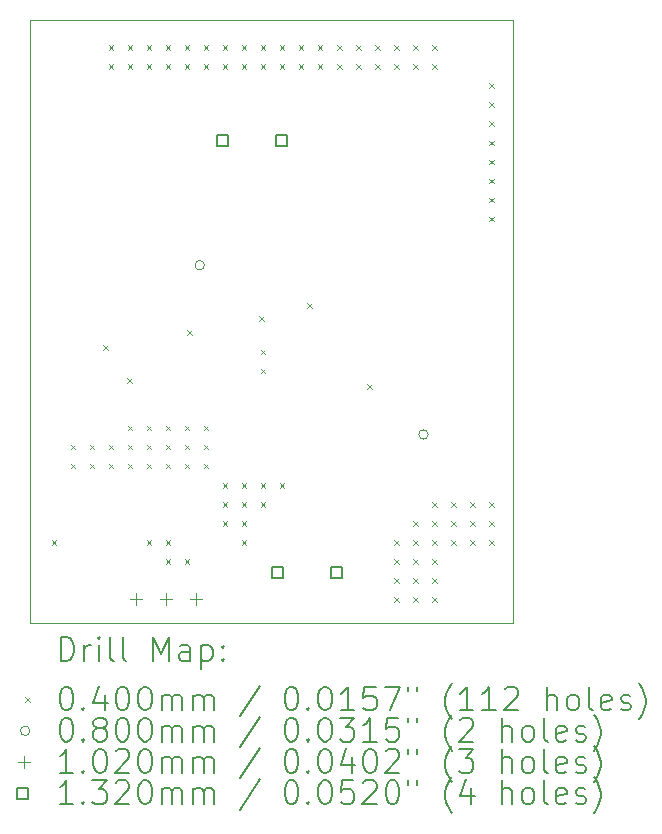
<source format=gbr>
%TF.GenerationSoftware,KiCad,Pcbnew,7.0.5*%
%TF.CreationDate,2023-07-07T01:58:04+07:00*%
%TF.ProjectId,driver_motor,64726976-6572-45f6-9d6f-746f722e6b69,rev?*%
%TF.SameCoordinates,Original*%
%TF.FileFunction,Drillmap*%
%TF.FilePolarity,Positive*%
%FSLAX45Y45*%
G04 Gerber Fmt 4.5, Leading zero omitted, Abs format (unit mm)*
G04 Created by KiCad (PCBNEW 7.0.5) date 2023-07-07 01:58:04*
%MOMM*%
%LPD*%
G01*
G04 APERTURE LIST*
%ADD10C,0.100000*%
%ADD11C,0.200000*%
%ADD12C,0.040000*%
%ADD13C,0.080000*%
%ADD14C,0.102000*%
%ADD15C,0.132000*%
G04 APERTURE END LIST*
D10*
X14605000Y-2540000D02*
X18694400Y-2540000D01*
X18694400Y-7645400D01*
X14605000Y-7645400D01*
X14605000Y-2540000D01*
D11*
D12*
X14783500Y-6937650D02*
X14823500Y-6977650D01*
X14823500Y-6937650D02*
X14783500Y-6977650D01*
X14944500Y-6132650D02*
X14984500Y-6172650D01*
X14984500Y-6132650D02*
X14944500Y-6172650D01*
X14944500Y-6293650D02*
X14984500Y-6333650D01*
X14984500Y-6293650D02*
X14944500Y-6333650D01*
X15105500Y-6132650D02*
X15145500Y-6172650D01*
X15145500Y-6132650D02*
X15105500Y-6172650D01*
X15105500Y-6293650D02*
X15145500Y-6333650D01*
X15145500Y-6293650D02*
X15105500Y-6333650D01*
X15220000Y-5288600D02*
X15260000Y-5328600D01*
X15260000Y-5288600D02*
X15220000Y-5328600D01*
X15266500Y-2751650D02*
X15306500Y-2791650D01*
X15306500Y-2751650D02*
X15266500Y-2791650D01*
X15266500Y-2912650D02*
X15306500Y-2952650D01*
X15306500Y-2912650D02*
X15266500Y-2952650D01*
X15266500Y-6132650D02*
X15306500Y-6172650D01*
X15306500Y-6132650D02*
X15266500Y-6172650D01*
X15266500Y-6293650D02*
X15306500Y-6333650D01*
X15306500Y-6293650D02*
X15266500Y-6333650D01*
X15423200Y-5568000D02*
X15463200Y-5608000D01*
X15463200Y-5568000D02*
X15423200Y-5608000D01*
X15427500Y-2751650D02*
X15467500Y-2791650D01*
X15467500Y-2751650D02*
X15427500Y-2791650D01*
X15427500Y-2912650D02*
X15467500Y-2952650D01*
X15467500Y-2912650D02*
X15427500Y-2952650D01*
X15427500Y-5971650D02*
X15467500Y-6011650D01*
X15467500Y-5971650D02*
X15427500Y-6011650D01*
X15427500Y-6132650D02*
X15467500Y-6172650D01*
X15467500Y-6132650D02*
X15427500Y-6172650D01*
X15427500Y-6293650D02*
X15467500Y-6333650D01*
X15467500Y-6293650D02*
X15427500Y-6333650D01*
X15588500Y-2751650D02*
X15628500Y-2791650D01*
X15628500Y-2751650D02*
X15588500Y-2791650D01*
X15588500Y-2912650D02*
X15628500Y-2952650D01*
X15628500Y-2912650D02*
X15588500Y-2952650D01*
X15588500Y-5971650D02*
X15628500Y-6011650D01*
X15628500Y-5971650D02*
X15588500Y-6011650D01*
X15588500Y-6132650D02*
X15628500Y-6172650D01*
X15628500Y-6132650D02*
X15588500Y-6172650D01*
X15588500Y-6293650D02*
X15628500Y-6333650D01*
X15628500Y-6293650D02*
X15588500Y-6333650D01*
X15588500Y-6937650D02*
X15628500Y-6977650D01*
X15628500Y-6937650D02*
X15588500Y-6977650D01*
X15749500Y-2751650D02*
X15789500Y-2791650D01*
X15789500Y-2751650D02*
X15749500Y-2791650D01*
X15749500Y-2912650D02*
X15789500Y-2952650D01*
X15789500Y-2912650D02*
X15749500Y-2952650D01*
X15749500Y-5971650D02*
X15789500Y-6011650D01*
X15789500Y-5971650D02*
X15749500Y-6011650D01*
X15749500Y-6132650D02*
X15789500Y-6172650D01*
X15789500Y-6132650D02*
X15749500Y-6172650D01*
X15749500Y-6293650D02*
X15789500Y-6333650D01*
X15789500Y-6293650D02*
X15749500Y-6333650D01*
X15749500Y-6937650D02*
X15789500Y-6977650D01*
X15789500Y-6937650D02*
X15749500Y-6977650D01*
X15749500Y-7098650D02*
X15789500Y-7138650D01*
X15789500Y-7098650D02*
X15749500Y-7138650D01*
X15910500Y-2751650D02*
X15950500Y-2791650D01*
X15950500Y-2751650D02*
X15910500Y-2791650D01*
X15910500Y-2912650D02*
X15950500Y-2952650D01*
X15950500Y-2912650D02*
X15910500Y-2952650D01*
X15910500Y-5971650D02*
X15950500Y-6011650D01*
X15950500Y-5971650D02*
X15910500Y-6011650D01*
X15910500Y-6132650D02*
X15950500Y-6172650D01*
X15950500Y-6132650D02*
X15910500Y-6172650D01*
X15910500Y-6293650D02*
X15950500Y-6333650D01*
X15950500Y-6293650D02*
X15910500Y-6333650D01*
X15910500Y-7098650D02*
X15950500Y-7138650D01*
X15950500Y-7098650D02*
X15910500Y-7138650D01*
X15931200Y-5161635D02*
X15971200Y-5201635D01*
X15971200Y-5161635D02*
X15931200Y-5201635D01*
X16071500Y-2751650D02*
X16111500Y-2791650D01*
X16111500Y-2751650D02*
X16071500Y-2791650D01*
X16071500Y-2912650D02*
X16111500Y-2952650D01*
X16111500Y-2912650D02*
X16071500Y-2952650D01*
X16071500Y-5971650D02*
X16111500Y-6011650D01*
X16111500Y-5971650D02*
X16071500Y-6011650D01*
X16071500Y-6132650D02*
X16111500Y-6172650D01*
X16111500Y-6132650D02*
X16071500Y-6172650D01*
X16071500Y-6293650D02*
X16111500Y-6333650D01*
X16111500Y-6293650D02*
X16071500Y-6333650D01*
X16232500Y-2751650D02*
X16272500Y-2791650D01*
X16272500Y-2751650D02*
X16232500Y-2791650D01*
X16232500Y-2912650D02*
X16272500Y-2952650D01*
X16272500Y-2912650D02*
X16232500Y-2952650D01*
X16232500Y-6454650D02*
X16272500Y-6494650D01*
X16272500Y-6454650D02*
X16232500Y-6494650D01*
X16232500Y-6615650D02*
X16272500Y-6655650D01*
X16272500Y-6615650D02*
X16232500Y-6655650D01*
X16232500Y-6776650D02*
X16272500Y-6816650D01*
X16272500Y-6776650D02*
X16232500Y-6816650D01*
X16393500Y-2751650D02*
X16433500Y-2791650D01*
X16433500Y-2751650D02*
X16393500Y-2791650D01*
X16393500Y-2912650D02*
X16433500Y-2952650D01*
X16433500Y-2912650D02*
X16393500Y-2952650D01*
X16393500Y-6454650D02*
X16433500Y-6494650D01*
X16433500Y-6454650D02*
X16393500Y-6494650D01*
X16393500Y-6615650D02*
X16433500Y-6655650D01*
X16433500Y-6615650D02*
X16393500Y-6655650D01*
X16393500Y-6776650D02*
X16433500Y-6816650D01*
X16433500Y-6776650D02*
X16393500Y-6816650D01*
X16393500Y-6937650D02*
X16433500Y-6977650D01*
X16433500Y-6937650D02*
X16393500Y-6977650D01*
X16540800Y-5045485D02*
X16580800Y-5085485D01*
X16580800Y-5045485D02*
X16540800Y-5085485D01*
X16554500Y-2751650D02*
X16594500Y-2791650D01*
X16594500Y-2751650D02*
X16554500Y-2791650D01*
X16554500Y-2912650D02*
X16594500Y-2952650D01*
X16594500Y-2912650D02*
X16554500Y-2952650D01*
X16554500Y-5327650D02*
X16594500Y-5367650D01*
X16594500Y-5327650D02*
X16554500Y-5367650D01*
X16554500Y-5488650D02*
X16594500Y-5528650D01*
X16594500Y-5488650D02*
X16554500Y-5528650D01*
X16554500Y-6454650D02*
X16594500Y-6494650D01*
X16594500Y-6454650D02*
X16554500Y-6494650D01*
X16554500Y-6615650D02*
X16594500Y-6655650D01*
X16594500Y-6615650D02*
X16554500Y-6655650D01*
X16715500Y-2751650D02*
X16755500Y-2791650D01*
X16755500Y-2751650D02*
X16715500Y-2791650D01*
X16715500Y-2912650D02*
X16755500Y-2952650D01*
X16755500Y-2912650D02*
X16715500Y-2952650D01*
X16715500Y-6454650D02*
X16755500Y-6494650D01*
X16755500Y-6454650D02*
X16715500Y-6494650D01*
X16876500Y-2751650D02*
X16916500Y-2791650D01*
X16916500Y-2751650D02*
X16876500Y-2791650D01*
X16876500Y-2912650D02*
X16916500Y-2952650D01*
X16916500Y-2912650D02*
X16876500Y-2952650D01*
X16947200Y-4933000D02*
X16987200Y-4973000D01*
X16987200Y-4933000D02*
X16947200Y-4973000D01*
X17037500Y-2751650D02*
X17077500Y-2791650D01*
X17077500Y-2751650D02*
X17037500Y-2791650D01*
X17037500Y-2912650D02*
X17077500Y-2952650D01*
X17077500Y-2912650D02*
X17037500Y-2952650D01*
X17198500Y-2751650D02*
X17238500Y-2791650D01*
X17238500Y-2751650D02*
X17198500Y-2791650D01*
X17198500Y-2912650D02*
X17238500Y-2952650D01*
X17238500Y-2912650D02*
X17198500Y-2952650D01*
X17359500Y-2751650D02*
X17399500Y-2791650D01*
X17399500Y-2751650D02*
X17359500Y-2791650D01*
X17359500Y-2912650D02*
X17399500Y-2952650D01*
X17399500Y-2912650D02*
X17359500Y-2952650D01*
X17455200Y-5618800D02*
X17495200Y-5658800D01*
X17495200Y-5618800D02*
X17455200Y-5658800D01*
X17520500Y-2751650D02*
X17560500Y-2791650D01*
X17560500Y-2751650D02*
X17520500Y-2791650D01*
X17520500Y-2912650D02*
X17560500Y-2952650D01*
X17560500Y-2912650D02*
X17520500Y-2952650D01*
X17681500Y-2751650D02*
X17721500Y-2791650D01*
X17721500Y-2751650D02*
X17681500Y-2791650D01*
X17681500Y-2912650D02*
X17721500Y-2952650D01*
X17721500Y-2912650D02*
X17681500Y-2952650D01*
X17681500Y-6937650D02*
X17721500Y-6977650D01*
X17721500Y-6937650D02*
X17681500Y-6977650D01*
X17681500Y-7098650D02*
X17721500Y-7138650D01*
X17721500Y-7098650D02*
X17681500Y-7138650D01*
X17681500Y-7259650D02*
X17721500Y-7299650D01*
X17721500Y-7259650D02*
X17681500Y-7299650D01*
X17681500Y-7420650D02*
X17721500Y-7460650D01*
X17721500Y-7420650D02*
X17681500Y-7460650D01*
X17842500Y-2751650D02*
X17882500Y-2791650D01*
X17882500Y-2751650D02*
X17842500Y-2791650D01*
X17842500Y-2912650D02*
X17882500Y-2952650D01*
X17882500Y-2912650D02*
X17842500Y-2952650D01*
X17842500Y-6776650D02*
X17882500Y-6816650D01*
X17882500Y-6776650D02*
X17842500Y-6816650D01*
X17842500Y-6937650D02*
X17882500Y-6977650D01*
X17882500Y-6937650D02*
X17842500Y-6977650D01*
X17842500Y-7098650D02*
X17882500Y-7138650D01*
X17882500Y-7098650D02*
X17842500Y-7138650D01*
X17842500Y-7259650D02*
X17882500Y-7299650D01*
X17882500Y-7259650D02*
X17842500Y-7299650D01*
X17842500Y-7420650D02*
X17882500Y-7460650D01*
X17882500Y-7420650D02*
X17842500Y-7460650D01*
X18003500Y-2751650D02*
X18043500Y-2791650D01*
X18043500Y-2751650D02*
X18003500Y-2791650D01*
X18003500Y-2912650D02*
X18043500Y-2952650D01*
X18043500Y-2912650D02*
X18003500Y-2952650D01*
X18003500Y-6615650D02*
X18043500Y-6655650D01*
X18043500Y-6615650D02*
X18003500Y-6655650D01*
X18003500Y-6776650D02*
X18043500Y-6816650D01*
X18043500Y-6776650D02*
X18003500Y-6816650D01*
X18003500Y-6937650D02*
X18043500Y-6977650D01*
X18043500Y-6937650D02*
X18003500Y-6977650D01*
X18003500Y-7098650D02*
X18043500Y-7138650D01*
X18043500Y-7098650D02*
X18003500Y-7138650D01*
X18003500Y-7259650D02*
X18043500Y-7299650D01*
X18043500Y-7259650D02*
X18003500Y-7299650D01*
X18003500Y-7420650D02*
X18043500Y-7460650D01*
X18043500Y-7420650D02*
X18003500Y-7460650D01*
X18164500Y-6615650D02*
X18204500Y-6655650D01*
X18204500Y-6615650D02*
X18164500Y-6655650D01*
X18164500Y-6776650D02*
X18204500Y-6816650D01*
X18204500Y-6776650D02*
X18164500Y-6816650D01*
X18164500Y-6937650D02*
X18204500Y-6977650D01*
X18204500Y-6937650D02*
X18164500Y-6977650D01*
X18325500Y-6615650D02*
X18365500Y-6655650D01*
X18365500Y-6615650D02*
X18325500Y-6655650D01*
X18325500Y-6776650D02*
X18365500Y-6816650D01*
X18365500Y-6776650D02*
X18325500Y-6816650D01*
X18325500Y-6937650D02*
X18365500Y-6977650D01*
X18365500Y-6937650D02*
X18325500Y-6977650D01*
X18486500Y-3073650D02*
X18526500Y-3113650D01*
X18526500Y-3073650D02*
X18486500Y-3113650D01*
X18486500Y-3234650D02*
X18526500Y-3274650D01*
X18526500Y-3234650D02*
X18486500Y-3274650D01*
X18486500Y-3395650D02*
X18526500Y-3435650D01*
X18526500Y-3395650D02*
X18486500Y-3435650D01*
X18486500Y-3556650D02*
X18526500Y-3596650D01*
X18526500Y-3556650D02*
X18486500Y-3596650D01*
X18486500Y-3717650D02*
X18526500Y-3757650D01*
X18526500Y-3717650D02*
X18486500Y-3757650D01*
X18486500Y-3878650D02*
X18526500Y-3918650D01*
X18526500Y-3878650D02*
X18486500Y-3918650D01*
X18486500Y-4039650D02*
X18526500Y-4079650D01*
X18526500Y-4039650D02*
X18486500Y-4079650D01*
X18486500Y-4200650D02*
X18526500Y-4240650D01*
X18526500Y-4200650D02*
X18486500Y-4240650D01*
X18486500Y-6615650D02*
X18526500Y-6655650D01*
X18526500Y-6615650D02*
X18486500Y-6655650D01*
X18486500Y-6776650D02*
X18526500Y-6816650D01*
X18526500Y-6776650D02*
X18486500Y-6816650D01*
X18486500Y-6937650D02*
X18526500Y-6977650D01*
X18526500Y-6937650D02*
X18486500Y-6977650D01*
D13*
X16077450Y-4612750D02*
G75*
G03*
X16077450Y-4612750I-40000J0D01*
G01*
X17972400Y-6045200D02*
G75*
G03*
X17972400Y-6045200I-40000J0D01*
G01*
D14*
X15495000Y-7391200D02*
X15495000Y-7493200D01*
X15444000Y-7442200D02*
X15546000Y-7442200D01*
X15749000Y-7391200D02*
X15749000Y-7493200D01*
X15698000Y-7442200D02*
X15800000Y-7442200D01*
X16003000Y-7391200D02*
X16003000Y-7493200D01*
X15952000Y-7442200D02*
X16054000Y-7442200D01*
D15*
X16280169Y-3602669D02*
X16280169Y-3509330D01*
X16186830Y-3509330D01*
X16186830Y-3602669D01*
X16280169Y-3602669D01*
X16742469Y-7260269D02*
X16742469Y-7166930D01*
X16649130Y-7166930D01*
X16649130Y-7260269D01*
X16742469Y-7260269D01*
X16780170Y-3602669D02*
X16780170Y-3509330D01*
X16686830Y-3509330D01*
X16686830Y-3602669D01*
X16780170Y-3602669D01*
X17242470Y-7260269D02*
X17242470Y-7166930D01*
X17149131Y-7166930D01*
X17149131Y-7260269D01*
X17242470Y-7260269D01*
D11*
X14860777Y-7961884D02*
X14860777Y-7761884D01*
X14860777Y-7761884D02*
X14908396Y-7761884D01*
X14908396Y-7761884D02*
X14936967Y-7771408D01*
X14936967Y-7771408D02*
X14956015Y-7790455D01*
X14956015Y-7790455D02*
X14965539Y-7809503D01*
X14965539Y-7809503D02*
X14975062Y-7847598D01*
X14975062Y-7847598D02*
X14975062Y-7876169D01*
X14975062Y-7876169D02*
X14965539Y-7914265D01*
X14965539Y-7914265D02*
X14956015Y-7933312D01*
X14956015Y-7933312D02*
X14936967Y-7952360D01*
X14936967Y-7952360D02*
X14908396Y-7961884D01*
X14908396Y-7961884D02*
X14860777Y-7961884D01*
X15060777Y-7961884D02*
X15060777Y-7828550D01*
X15060777Y-7866646D02*
X15070301Y-7847598D01*
X15070301Y-7847598D02*
X15079824Y-7838074D01*
X15079824Y-7838074D02*
X15098872Y-7828550D01*
X15098872Y-7828550D02*
X15117920Y-7828550D01*
X15184586Y-7961884D02*
X15184586Y-7828550D01*
X15184586Y-7761884D02*
X15175062Y-7771408D01*
X15175062Y-7771408D02*
X15184586Y-7780931D01*
X15184586Y-7780931D02*
X15194110Y-7771408D01*
X15194110Y-7771408D02*
X15184586Y-7761884D01*
X15184586Y-7761884D02*
X15184586Y-7780931D01*
X15308396Y-7961884D02*
X15289348Y-7952360D01*
X15289348Y-7952360D02*
X15279824Y-7933312D01*
X15279824Y-7933312D02*
X15279824Y-7761884D01*
X15413158Y-7961884D02*
X15394110Y-7952360D01*
X15394110Y-7952360D02*
X15384586Y-7933312D01*
X15384586Y-7933312D02*
X15384586Y-7761884D01*
X15641729Y-7961884D02*
X15641729Y-7761884D01*
X15641729Y-7761884D02*
X15708396Y-7904741D01*
X15708396Y-7904741D02*
X15775062Y-7761884D01*
X15775062Y-7761884D02*
X15775062Y-7961884D01*
X15956015Y-7961884D02*
X15956015Y-7857122D01*
X15956015Y-7857122D02*
X15946491Y-7838074D01*
X15946491Y-7838074D02*
X15927443Y-7828550D01*
X15927443Y-7828550D02*
X15889348Y-7828550D01*
X15889348Y-7828550D02*
X15870301Y-7838074D01*
X15956015Y-7952360D02*
X15936967Y-7961884D01*
X15936967Y-7961884D02*
X15889348Y-7961884D01*
X15889348Y-7961884D02*
X15870301Y-7952360D01*
X15870301Y-7952360D02*
X15860777Y-7933312D01*
X15860777Y-7933312D02*
X15860777Y-7914265D01*
X15860777Y-7914265D02*
X15870301Y-7895217D01*
X15870301Y-7895217D02*
X15889348Y-7885693D01*
X15889348Y-7885693D02*
X15936967Y-7885693D01*
X15936967Y-7885693D02*
X15956015Y-7876169D01*
X16051253Y-7828550D02*
X16051253Y-8028550D01*
X16051253Y-7838074D02*
X16070301Y-7828550D01*
X16070301Y-7828550D02*
X16108396Y-7828550D01*
X16108396Y-7828550D02*
X16127443Y-7838074D01*
X16127443Y-7838074D02*
X16136967Y-7847598D01*
X16136967Y-7847598D02*
X16146491Y-7866646D01*
X16146491Y-7866646D02*
X16146491Y-7923788D01*
X16146491Y-7923788D02*
X16136967Y-7942836D01*
X16136967Y-7942836D02*
X16127443Y-7952360D01*
X16127443Y-7952360D02*
X16108396Y-7961884D01*
X16108396Y-7961884D02*
X16070301Y-7961884D01*
X16070301Y-7961884D02*
X16051253Y-7952360D01*
X16232205Y-7942836D02*
X16241729Y-7952360D01*
X16241729Y-7952360D02*
X16232205Y-7961884D01*
X16232205Y-7961884D02*
X16222682Y-7952360D01*
X16222682Y-7952360D02*
X16232205Y-7942836D01*
X16232205Y-7942836D02*
X16232205Y-7961884D01*
X16232205Y-7838074D02*
X16241729Y-7847598D01*
X16241729Y-7847598D02*
X16232205Y-7857122D01*
X16232205Y-7857122D02*
X16222682Y-7847598D01*
X16222682Y-7847598D02*
X16232205Y-7838074D01*
X16232205Y-7838074D02*
X16232205Y-7857122D01*
D12*
X14560000Y-8270400D02*
X14600000Y-8310400D01*
X14600000Y-8270400D02*
X14560000Y-8310400D01*
D11*
X14898872Y-8181884D02*
X14917920Y-8181884D01*
X14917920Y-8181884D02*
X14936967Y-8191408D01*
X14936967Y-8191408D02*
X14946491Y-8200931D01*
X14946491Y-8200931D02*
X14956015Y-8219979D01*
X14956015Y-8219979D02*
X14965539Y-8258074D01*
X14965539Y-8258074D02*
X14965539Y-8305693D01*
X14965539Y-8305693D02*
X14956015Y-8343788D01*
X14956015Y-8343788D02*
X14946491Y-8362836D01*
X14946491Y-8362836D02*
X14936967Y-8372360D01*
X14936967Y-8372360D02*
X14917920Y-8381884D01*
X14917920Y-8381884D02*
X14898872Y-8381884D01*
X14898872Y-8381884D02*
X14879824Y-8372360D01*
X14879824Y-8372360D02*
X14870301Y-8362836D01*
X14870301Y-8362836D02*
X14860777Y-8343788D01*
X14860777Y-8343788D02*
X14851253Y-8305693D01*
X14851253Y-8305693D02*
X14851253Y-8258074D01*
X14851253Y-8258074D02*
X14860777Y-8219979D01*
X14860777Y-8219979D02*
X14870301Y-8200931D01*
X14870301Y-8200931D02*
X14879824Y-8191408D01*
X14879824Y-8191408D02*
X14898872Y-8181884D01*
X15051253Y-8362836D02*
X15060777Y-8372360D01*
X15060777Y-8372360D02*
X15051253Y-8381884D01*
X15051253Y-8381884D02*
X15041729Y-8372360D01*
X15041729Y-8372360D02*
X15051253Y-8362836D01*
X15051253Y-8362836D02*
X15051253Y-8381884D01*
X15232205Y-8248550D02*
X15232205Y-8381884D01*
X15184586Y-8172360D02*
X15136967Y-8315217D01*
X15136967Y-8315217D02*
X15260777Y-8315217D01*
X15375062Y-8181884D02*
X15394110Y-8181884D01*
X15394110Y-8181884D02*
X15413158Y-8191408D01*
X15413158Y-8191408D02*
X15422682Y-8200931D01*
X15422682Y-8200931D02*
X15432205Y-8219979D01*
X15432205Y-8219979D02*
X15441729Y-8258074D01*
X15441729Y-8258074D02*
X15441729Y-8305693D01*
X15441729Y-8305693D02*
X15432205Y-8343788D01*
X15432205Y-8343788D02*
X15422682Y-8362836D01*
X15422682Y-8362836D02*
X15413158Y-8372360D01*
X15413158Y-8372360D02*
X15394110Y-8381884D01*
X15394110Y-8381884D02*
X15375062Y-8381884D01*
X15375062Y-8381884D02*
X15356015Y-8372360D01*
X15356015Y-8372360D02*
X15346491Y-8362836D01*
X15346491Y-8362836D02*
X15336967Y-8343788D01*
X15336967Y-8343788D02*
X15327443Y-8305693D01*
X15327443Y-8305693D02*
X15327443Y-8258074D01*
X15327443Y-8258074D02*
X15336967Y-8219979D01*
X15336967Y-8219979D02*
X15346491Y-8200931D01*
X15346491Y-8200931D02*
X15356015Y-8191408D01*
X15356015Y-8191408D02*
X15375062Y-8181884D01*
X15565539Y-8181884D02*
X15584586Y-8181884D01*
X15584586Y-8181884D02*
X15603634Y-8191408D01*
X15603634Y-8191408D02*
X15613158Y-8200931D01*
X15613158Y-8200931D02*
X15622682Y-8219979D01*
X15622682Y-8219979D02*
X15632205Y-8258074D01*
X15632205Y-8258074D02*
X15632205Y-8305693D01*
X15632205Y-8305693D02*
X15622682Y-8343788D01*
X15622682Y-8343788D02*
X15613158Y-8362836D01*
X15613158Y-8362836D02*
X15603634Y-8372360D01*
X15603634Y-8372360D02*
X15584586Y-8381884D01*
X15584586Y-8381884D02*
X15565539Y-8381884D01*
X15565539Y-8381884D02*
X15546491Y-8372360D01*
X15546491Y-8372360D02*
X15536967Y-8362836D01*
X15536967Y-8362836D02*
X15527443Y-8343788D01*
X15527443Y-8343788D02*
X15517920Y-8305693D01*
X15517920Y-8305693D02*
X15517920Y-8258074D01*
X15517920Y-8258074D02*
X15527443Y-8219979D01*
X15527443Y-8219979D02*
X15536967Y-8200931D01*
X15536967Y-8200931D02*
X15546491Y-8191408D01*
X15546491Y-8191408D02*
X15565539Y-8181884D01*
X15717920Y-8381884D02*
X15717920Y-8248550D01*
X15717920Y-8267598D02*
X15727443Y-8258074D01*
X15727443Y-8258074D02*
X15746491Y-8248550D01*
X15746491Y-8248550D02*
X15775063Y-8248550D01*
X15775063Y-8248550D02*
X15794110Y-8258074D01*
X15794110Y-8258074D02*
X15803634Y-8277122D01*
X15803634Y-8277122D02*
X15803634Y-8381884D01*
X15803634Y-8277122D02*
X15813158Y-8258074D01*
X15813158Y-8258074D02*
X15832205Y-8248550D01*
X15832205Y-8248550D02*
X15860777Y-8248550D01*
X15860777Y-8248550D02*
X15879824Y-8258074D01*
X15879824Y-8258074D02*
X15889348Y-8277122D01*
X15889348Y-8277122D02*
X15889348Y-8381884D01*
X15984586Y-8381884D02*
X15984586Y-8248550D01*
X15984586Y-8267598D02*
X15994110Y-8258074D01*
X15994110Y-8258074D02*
X16013158Y-8248550D01*
X16013158Y-8248550D02*
X16041729Y-8248550D01*
X16041729Y-8248550D02*
X16060777Y-8258074D01*
X16060777Y-8258074D02*
X16070301Y-8277122D01*
X16070301Y-8277122D02*
X16070301Y-8381884D01*
X16070301Y-8277122D02*
X16079824Y-8258074D01*
X16079824Y-8258074D02*
X16098872Y-8248550D01*
X16098872Y-8248550D02*
X16127443Y-8248550D01*
X16127443Y-8248550D02*
X16146491Y-8258074D01*
X16146491Y-8258074D02*
X16156015Y-8277122D01*
X16156015Y-8277122D02*
X16156015Y-8381884D01*
X16546491Y-8172360D02*
X16375063Y-8429503D01*
X16803634Y-8181884D02*
X16822682Y-8181884D01*
X16822682Y-8181884D02*
X16841729Y-8191408D01*
X16841729Y-8191408D02*
X16851253Y-8200931D01*
X16851253Y-8200931D02*
X16860777Y-8219979D01*
X16860777Y-8219979D02*
X16870301Y-8258074D01*
X16870301Y-8258074D02*
X16870301Y-8305693D01*
X16870301Y-8305693D02*
X16860777Y-8343788D01*
X16860777Y-8343788D02*
X16851253Y-8362836D01*
X16851253Y-8362836D02*
X16841729Y-8372360D01*
X16841729Y-8372360D02*
X16822682Y-8381884D01*
X16822682Y-8381884D02*
X16803634Y-8381884D01*
X16803634Y-8381884D02*
X16784587Y-8372360D01*
X16784587Y-8372360D02*
X16775063Y-8362836D01*
X16775063Y-8362836D02*
X16765539Y-8343788D01*
X16765539Y-8343788D02*
X16756015Y-8305693D01*
X16756015Y-8305693D02*
X16756015Y-8258074D01*
X16756015Y-8258074D02*
X16765539Y-8219979D01*
X16765539Y-8219979D02*
X16775063Y-8200931D01*
X16775063Y-8200931D02*
X16784587Y-8191408D01*
X16784587Y-8191408D02*
X16803634Y-8181884D01*
X16956015Y-8362836D02*
X16965539Y-8372360D01*
X16965539Y-8372360D02*
X16956015Y-8381884D01*
X16956015Y-8381884D02*
X16946491Y-8372360D01*
X16946491Y-8372360D02*
X16956015Y-8362836D01*
X16956015Y-8362836D02*
X16956015Y-8381884D01*
X17089348Y-8181884D02*
X17108396Y-8181884D01*
X17108396Y-8181884D02*
X17127444Y-8191408D01*
X17127444Y-8191408D02*
X17136968Y-8200931D01*
X17136968Y-8200931D02*
X17146491Y-8219979D01*
X17146491Y-8219979D02*
X17156015Y-8258074D01*
X17156015Y-8258074D02*
X17156015Y-8305693D01*
X17156015Y-8305693D02*
X17146491Y-8343788D01*
X17146491Y-8343788D02*
X17136968Y-8362836D01*
X17136968Y-8362836D02*
X17127444Y-8372360D01*
X17127444Y-8372360D02*
X17108396Y-8381884D01*
X17108396Y-8381884D02*
X17089348Y-8381884D01*
X17089348Y-8381884D02*
X17070301Y-8372360D01*
X17070301Y-8372360D02*
X17060777Y-8362836D01*
X17060777Y-8362836D02*
X17051253Y-8343788D01*
X17051253Y-8343788D02*
X17041729Y-8305693D01*
X17041729Y-8305693D02*
X17041729Y-8258074D01*
X17041729Y-8258074D02*
X17051253Y-8219979D01*
X17051253Y-8219979D02*
X17060777Y-8200931D01*
X17060777Y-8200931D02*
X17070301Y-8191408D01*
X17070301Y-8191408D02*
X17089348Y-8181884D01*
X17346491Y-8381884D02*
X17232206Y-8381884D01*
X17289348Y-8381884D02*
X17289348Y-8181884D01*
X17289348Y-8181884D02*
X17270301Y-8210455D01*
X17270301Y-8210455D02*
X17251253Y-8229503D01*
X17251253Y-8229503D02*
X17232206Y-8239027D01*
X17527444Y-8181884D02*
X17432206Y-8181884D01*
X17432206Y-8181884D02*
X17422682Y-8277122D01*
X17422682Y-8277122D02*
X17432206Y-8267598D01*
X17432206Y-8267598D02*
X17451253Y-8258074D01*
X17451253Y-8258074D02*
X17498872Y-8258074D01*
X17498872Y-8258074D02*
X17517920Y-8267598D01*
X17517920Y-8267598D02*
X17527444Y-8277122D01*
X17527444Y-8277122D02*
X17536968Y-8296169D01*
X17536968Y-8296169D02*
X17536968Y-8343788D01*
X17536968Y-8343788D02*
X17527444Y-8362836D01*
X17527444Y-8362836D02*
X17517920Y-8372360D01*
X17517920Y-8372360D02*
X17498872Y-8381884D01*
X17498872Y-8381884D02*
X17451253Y-8381884D01*
X17451253Y-8381884D02*
X17432206Y-8372360D01*
X17432206Y-8372360D02*
X17422682Y-8362836D01*
X17603634Y-8181884D02*
X17736968Y-8181884D01*
X17736968Y-8181884D02*
X17651253Y-8381884D01*
X17803634Y-8181884D02*
X17803634Y-8219979D01*
X17879825Y-8181884D02*
X17879825Y-8219979D01*
X18175063Y-8458074D02*
X18165539Y-8448550D01*
X18165539Y-8448550D02*
X18146491Y-8419979D01*
X18146491Y-8419979D02*
X18136968Y-8400931D01*
X18136968Y-8400931D02*
X18127444Y-8372360D01*
X18127444Y-8372360D02*
X18117920Y-8324741D01*
X18117920Y-8324741D02*
X18117920Y-8286646D01*
X18117920Y-8286646D02*
X18127444Y-8239027D01*
X18127444Y-8239027D02*
X18136968Y-8210455D01*
X18136968Y-8210455D02*
X18146491Y-8191408D01*
X18146491Y-8191408D02*
X18165539Y-8162836D01*
X18165539Y-8162836D02*
X18175063Y-8153312D01*
X18356015Y-8381884D02*
X18241730Y-8381884D01*
X18298872Y-8381884D02*
X18298872Y-8181884D01*
X18298872Y-8181884D02*
X18279825Y-8210455D01*
X18279825Y-8210455D02*
X18260777Y-8229503D01*
X18260777Y-8229503D02*
X18241730Y-8239027D01*
X18546491Y-8381884D02*
X18432206Y-8381884D01*
X18489349Y-8381884D02*
X18489349Y-8181884D01*
X18489349Y-8181884D02*
X18470301Y-8210455D01*
X18470301Y-8210455D02*
X18451253Y-8229503D01*
X18451253Y-8229503D02*
X18432206Y-8239027D01*
X18622682Y-8200931D02*
X18632206Y-8191408D01*
X18632206Y-8191408D02*
X18651253Y-8181884D01*
X18651253Y-8181884D02*
X18698872Y-8181884D01*
X18698872Y-8181884D02*
X18717920Y-8191408D01*
X18717920Y-8191408D02*
X18727444Y-8200931D01*
X18727444Y-8200931D02*
X18736968Y-8219979D01*
X18736968Y-8219979D02*
X18736968Y-8239027D01*
X18736968Y-8239027D02*
X18727444Y-8267598D01*
X18727444Y-8267598D02*
X18613158Y-8381884D01*
X18613158Y-8381884D02*
X18736968Y-8381884D01*
X18975063Y-8381884D02*
X18975063Y-8181884D01*
X19060777Y-8381884D02*
X19060777Y-8277122D01*
X19060777Y-8277122D02*
X19051253Y-8258074D01*
X19051253Y-8258074D02*
X19032206Y-8248550D01*
X19032206Y-8248550D02*
X19003634Y-8248550D01*
X19003634Y-8248550D02*
X18984587Y-8258074D01*
X18984587Y-8258074D02*
X18975063Y-8267598D01*
X19184587Y-8381884D02*
X19165539Y-8372360D01*
X19165539Y-8372360D02*
X19156015Y-8362836D01*
X19156015Y-8362836D02*
X19146492Y-8343788D01*
X19146492Y-8343788D02*
X19146492Y-8286646D01*
X19146492Y-8286646D02*
X19156015Y-8267598D01*
X19156015Y-8267598D02*
X19165539Y-8258074D01*
X19165539Y-8258074D02*
X19184587Y-8248550D01*
X19184587Y-8248550D02*
X19213158Y-8248550D01*
X19213158Y-8248550D02*
X19232206Y-8258074D01*
X19232206Y-8258074D02*
X19241730Y-8267598D01*
X19241730Y-8267598D02*
X19251253Y-8286646D01*
X19251253Y-8286646D02*
X19251253Y-8343788D01*
X19251253Y-8343788D02*
X19241730Y-8362836D01*
X19241730Y-8362836D02*
X19232206Y-8372360D01*
X19232206Y-8372360D02*
X19213158Y-8381884D01*
X19213158Y-8381884D02*
X19184587Y-8381884D01*
X19365539Y-8381884D02*
X19346492Y-8372360D01*
X19346492Y-8372360D02*
X19336968Y-8353312D01*
X19336968Y-8353312D02*
X19336968Y-8181884D01*
X19517920Y-8372360D02*
X19498873Y-8381884D01*
X19498873Y-8381884D02*
X19460777Y-8381884D01*
X19460777Y-8381884D02*
X19441730Y-8372360D01*
X19441730Y-8372360D02*
X19432206Y-8353312D01*
X19432206Y-8353312D02*
X19432206Y-8277122D01*
X19432206Y-8277122D02*
X19441730Y-8258074D01*
X19441730Y-8258074D02*
X19460777Y-8248550D01*
X19460777Y-8248550D02*
X19498873Y-8248550D01*
X19498873Y-8248550D02*
X19517920Y-8258074D01*
X19517920Y-8258074D02*
X19527444Y-8277122D01*
X19527444Y-8277122D02*
X19527444Y-8296169D01*
X19527444Y-8296169D02*
X19432206Y-8315217D01*
X19603634Y-8372360D02*
X19622682Y-8381884D01*
X19622682Y-8381884D02*
X19660777Y-8381884D01*
X19660777Y-8381884D02*
X19679825Y-8372360D01*
X19679825Y-8372360D02*
X19689349Y-8353312D01*
X19689349Y-8353312D02*
X19689349Y-8343788D01*
X19689349Y-8343788D02*
X19679825Y-8324741D01*
X19679825Y-8324741D02*
X19660777Y-8315217D01*
X19660777Y-8315217D02*
X19632206Y-8315217D01*
X19632206Y-8315217D02*
X19613158Y-8305693D01*
X19613158Y-8305693D02*
X19603634Y-8286646D01*
X19603634Y-8286646D02*
X19603634Y-8277122D01*
X19603634Y-8277122D02*
X19613158Y-8258074D01*
X19613158Y-8258074D02*
X19632206Y-8248550D01*
X19632206Y-8248550D02*
X19660777Y-8248550D01*
X19660777Y-8248550D02*
X19679825Y-8258074D01*
X19756015Y-8458074D02*
X19765539Y-8448550D01*
X19765539Y-8448550D02*
X19784587Y-8419979D01*
X19784587Y-8419979D02*
X19794111Y-8400931D01*
X19794111Y-8400931D02*
X19803634Y-8372360D01*
X19803634Y-8372360D02*
X19813158Y-8324741D01*
X19813158Y-8324741D02*
X19813158Y-8286646D01*
X19813158Y-8286646D02*
X19803634Y-8239027D01*
X19803634Y-8239027D02*
X19794111Y-8210455D01*
X19794111Y-8210455D02*
X19784587Y-8191408D01*
X19784587Y-8191408D02*
X19765539Y-8162836D01*
X19765539Y-8162836D02*
X19756015Y-8153312D01*
D13*
X14600000Y-8554400D02*
G75*
G03*
X14600000Y-8554400I-40000J0D01*
G01*
D11*
X14898872Y-8445884D02*
X14917920Y-8445884D01*
X14917920Y-8445884D02*
X14936967Y-8455408D01*
X14936967Y-8455408D02*
X14946491Y-8464931D01*
X14946491Y-8464931D02*
X14956015Y-8483979D01*
X14956015Y-8483979D02*
X14965539Y-8522074D01*
X14965539Y-8522074D02*
X14965539Y-8569693D01*
X14965539Y-8569693D02*
X14956015Y-8607789D01*
X14956015Y-8607789D02*
X14946491Y-8626836D01*
X14946491Y-8626836D02*
X14936967Y-8636360D01*
X14936967Y-8636360D02*
X14917920Y-8645884D01*
X14917920Y-8645884D02*
X14898872Y-8645884D01*
X14898872Y-8645884D02*
X14879824Y-8636360D01*
X14879824Y-8636360D02*
X14870301Y-8626836D01*
X14870301Y-8626836D02*
X14860777Y-8607789D01*
X14860777Y-8607789D02*
X14851253Y-8569693D01*
X14851253Y-8569693D02*
X14851253Y-8522074D01*
X14851253Y-8522074D02*
X14860777Y-8483979D01*
X14860777Y-8483979D02*
X14870301Y-8464931D01*
X14870301Y-8464931D02*
X14879824Y-8455408D01*
X14879824Y-8455408D02*
X14898872Y-8445884D01*
X15051253Y-8626836D02*
X15060777Y-8636360D01*
X15060777Y-8636360D02*
X15051253Y-8645884D01*
X15051253Y-8645884D02*
X15041729Y-8636360D01*
X15041729Y-8636360D02*
X15051253Y-8626836D01*
X15051253Y-8626836D02*
X15051253Y-8645884D01*
X15175062Y-8531598D02*
X15156015Y-8522074D01*
X15156015Y-8522074D02*
X15146491Y-8512550D01*
X15146491Y-8512550D02*
X15136967Y-8493503D01*
X15136967Y-8493503D02*
X15136967Y-8483979D01*
X15136967Y-8483979D02*
X15146491Y-8464931D01*
X15146491Y-8464931D02*
X15156015Y-8455408D01*
X15156015Y-8455408D02*
X15175062Y-8445884D01*
X15175062Y-8445884D02*
X15213158Y-8445884D01*
X15213158Y-8445884D02*
X15232205Y-8455408D01*
X15232205Y-8455408D02*
X15241729Y-8464931D01*
X15241729Y-8464931D02*
X15251253Y-8483979D01*
X15251253Y-8483979D02*
X15251253Y-8493503D01*
X15251253Y-8493503D02*
X15241729Y-8512550D01*
X15241729Y-8512550D02*
X15232205Y-8522074D01*
X15232205Y-8522074D02*
X15213158Y-8531598D01*
X15213158Y-8531598D02*
X15175062Y-8531598D01*
X15175062Y-8531598D02*
X15156015Y-8541122D01*
X15156015Y-8541122D02*
X15146491Y-8550646D01*
X15146491Y-8550646D02*
X15136967Y-8569693D01*
X15136967Y-8569693D02*
X15136967Y-8607789D01*
X15136967Y-8607789D02*
X15146491Y-8626836D01*
X15146491Y-8626836D02*
X15156015Y-8636360D01*
X15156015Y-8636360D02*
X15175062Y-8645884D01*
X15175062Y-8645884D02*
X15213158Y-8645884D01*
X15213158Y-8645884D02*
X15232205Y-8636360D01*
X15232205Y-8636360D02*
X15241729Y-8626836D01*
X15241729Y-8626836D02*
X15251253Y-8607789D01*
X15251253Y-8607789D02*
X15251253Y-8569693D01*
X15251253Y-8569693D02*
X15241729Y-8550646D01*
X15241729Y-8550646D02*
X15232205Y-8541122D01*
X15232205Y-8541122D02*
X15213158Y-8531598D01*
X15375062Y-8445884D02*
X15394110Y-8445884D01*
X15394110Y-8445884D02*
X15413158Y-8455408D01*
X15413158Y-8455408D02*
X15422682Y-8464931D01*
X15422682Y-8464931D02*
X15432205Y-8483979D01*
X15432205Y-8483979D02*
X15441729Y-8522074D01*
X15441729Y-8522074D02*
X15441729Y-8569693D01*
X15441729Y-8569693D02*
X15432205Y-8607789D01*
X15432205Y-8607789D02*
X15422682Y-8626836D01*
X15422682Y-8626836D02*
X15413158Y-8636360D01*
X15413158Y-8636360D02*
X15394110Y-8645884D01*
X15394110Y-8645884D02*
X15375062Y-8645884D01*
X15375062Y-8645884D02*
X15356015Y-8636360D01*
X15356015Y-8636360D02*
X15346491Y-8626836D01*
X15346491Y-8626836D02*
X15336967Y-8607789D01*
X15336967Y-8607789D02*
X15327443Y-8569693D01*
X15327443Y-8569693D02*
X15327443Y-8522074D01*
X15327443Y-8522074D02*
X15336967Y-8483979D01*
X15336967Y-8483979D02*
X15346491Y-8464931D01*
X15346491Y-8464931D02*
X15356015Y-8455408D01*
X15356015Y-8455408D02*
X15375062Y-8445884D01*
X15565539Y-8445884D02*
X15584586Y-8445884D01*
X15584586Y-8445884D02*
X15603634Y-8455408D01*
X15603634Y-8455408D02*
X15613158Y-8464931D01*
X15613158Y-8464931D02*
X15622682Y-8483979D01*
X15622682Y-8483979D02*
X15632205Y-8522074D01*
X15632205Y-8522074D02*
X15632205Y-8569693D01*
X15632205Y-8569693D02*
X15622682Y-8607789D01*
X15622682Y-8607789D02*
X15613158Y-8626836D01*
X15613158Y-8626836D02*
X15603634Y-8636360D01*
X15603634Y-8636360D02*
X15584586Y-8645884D01*
X15584586Y-8645884D02*
X15565539Y-8645884D01*
X15565539Y-8645884D02*
X15546491Y-8636360D01*
X15546491Y-8636360D02*
X15536967Y-8626836D01*
X15536967Y-8626836D02*
X15527443Y-8607789D01*
X15527443Y-8607789D02*
X15517920Y-8569693D01*
X15517920Y-8569693D02*
X15517920Y-8522074D01*
X15517920Y-8522074D02*
X15527443Y-8483979D01*
X15527443Y-8483979D02*
X15536967Y-8464931D01*
X15536967Y-8464931D02*
X15546491Y-8455408D01*
X15546491Y-8455408D02*
X15565539Y-8445884D01*
X15717920Y-8645884D02*
X15717920Y-8512550D01*
X15717920Y-8531598D02*
X15727443Y-8522074D01*
X15727443Y-8522074D02*
X15746491Y-8512550D01*
X15746491Y-8512550D02*
X15775063Y-8512550D01*
X15775063Y-8512550D02*
X15794110Y-8522074D01*
X15794110Y-8522074D02*
X15803634Y-8541122D01*
X15803634Y-8541122D02*
X15803634Y-8645884D01*
X15803634Y-8541122D02*
X15813158Y-8522074D01*
X15813158Y-8522074D02*
X15832205Y-8512550D01*
X15832205Y-8512550D02*
X15860777Y-8512550D01*
X15860777Y-8512550D02*
X15879824Y-8522074D01*
X15879824Y-8522074D02*
X15889348Y-8541122D01*
X15889348Y-8541122D02*
X15889348Y-8645884D01*
X15984586Y-8645884D02*
X15984586Y-8512550D01*
X15984586Y-8531598D02*
X15994110Y-8522074D01*
X15994110Y-8522074D02*
X16013158Y-8512550D01*
X16013158Y-8512550D02*
X16041729Y-8512550D01*
X16041729Y-8512550D02*
X16060777Y-8522074D01*
X16060777Y-8522074D02*
X16070301Y-8541122D01*
X16070301Y-8541122D02*
X16070301Y-8645884D01*
X16070301Y-8541122D02*
X16079824Y-8522074D01*
X16079824Y-8522074D02*
X16098872Y-8512550D01*
X16098872Y-8512550D02*
X16127443Y-8512550D01*
X16127443Y-8512550D02*
X16146491Y-8522074D01*
X16146491Y-8522074D02*
X16156015Y-8541122D01*
X16156015Y-8541122D02*
X16156015Y-8645884D01*
X16546491Y-8436360D02*
X16375063Y-8693503D01*
X16803634Y-8445884D02*
X16822682Y-8445884D01*
X16822682Y-8445884D02*
X16841729Y-8455408D01*
X16841729Y-8455408D02*
X16851253Y-8464931D01*
X16851253Y-8464931D02*
X16860777Y-8483979D01*
X16860777Y-8483979D02*
X16870301Y-8522074D01*
X16870301Y-8522074D02*
X16870301Y-8569693D01*
X16870301Y-8569693D02*
X16860777Y-8607789D01*
X16860777Y-8607789D02*
X16851253Y-8626836D01*
X16851253Y-8626836D02*
X16841729Y-8636360D01*
X16841729Y-8636360D02*
X16822682Y-8645884D01*
X16822682Y-8645884D02*
X16803634Y-8645884D01*
X16803634Y-8645884D02*
X16784587Y-8636360D01*
X16784587Y-8636360D02*
X16775063Y-8626836D01*
X16775063Y-8626836D02*
X16765539Y-8607789D01*
X16765539Y-8607789D02*
X16756015Y-8569693D01*
X16756015Y-8569693D02*
X16756015Y-8522074D01*
X16756015Y-8522074D02*
X16765539Y-8483979D01*
X16765539Y-8483979D02*
X16775063Y-8464931D01*
X16775063Y-8464931D02*
X16784587Y-8455408D01*
X16784587Y-8455408D02*
X16803634Y-8445884D01*
X16956015Y-8626836D02*
X16965539Y-8636360D01*
X16965539Y-8636360D02*
X16956015Y-8645884D01*
X16956015Y-8645884D02*
X16946491Y-8636360D01*
X16946491Y-8636360D02*
X16956015Y-8626836D01*
X16956015Y-8626836D02*
X16956015Y-8645884D01*
X17089348Y-8445884D02*
X17108396Y-8445884D01*
X17108396Y-8445884D02*
X17127444Y-8455408D01*
X17127444Y-8455408D02*
X17136968Y-8464931D01*
X17136968Y-8464931D02*
X17146491Y-8483979D01*
X17146491Y-8483979D02*
X17156015Y-8522074D01*
X17156015Y-8522074D02*
X17156015Y-8569693D01*
X17156015Y-8569693D02*
X17146491Y-8607789D01*
X17146491Y-8607789D02*
X17136968Y-8626836D01*
X17136968Y-8626836D02*
X17127444Y-8636360D01*
X17127444Y-8636360D02*
X17108396Y-8645884D01*
X17108396Y-8645884D02*
X17089348Y-8645884D01*
X17089348Y-8645884D02*
X17070301Y-8636360D01*
X17070301Y-8636360D02*
X17060777Y-8626836D01*
X17060777Y-8626836D02*
X17051253Y-8607789D01*
X17051253Y-8607789D02*
X17041729Y-8569693D01*
X17041729Y-8569693D02*
X17041729Y-8522074D01*
X17041729Y-8522074D02*
X17051253Y-8483979D01*
X17051253Y-8483979D02*
X17060777Y-8464931D01*
X17060777Y-8464931D02*
X17070301Y-8455408D01*
X17070301Y-8455408D02*
X17089348Y-8445884D01*
X17222682Y-8445884D02*
X17346491Y-8445884D01*
X17346491Y-8445884D02*
X17279825Y-8522074D01*
X17279825Y-8522074D02*
X17308396Y-8522074D01*
X17308396Y-8522074D02*
X17327444Y-8531598D01*
X17327444Y-8531598D02*
X17336968Y-8541122D01*
X17336968Y-8541122D02*
X17346491Y-8560170D01*
X17346491Y-8560170D02*
X17346491Y-8607789D01*
X17346491Y-8607789D02*
X17336968Y-8626836D01*
X17336968Y-8626836D02*
X17327444Y-8636360D01*
X17327444Y-8636360D02*
X17308396Y-8645884D01*
X17308396Y-8645884D02*
X17251253Y-8645884D01*
X17251253Y-8645884D02*
X17232206Y-8636360D01*
X17232206Y-8636360D02*
X17222682Y-8626836D01*
X17536968Y-8645884D02*
X17422682Y-8645884D01*
X17479825Y-8645884D02*
X17479825Y-8445884D01*
X17479825Y-8445884D02*
X17460777Y-8474455D01*
X17460777Y-8474455D02*
X17441729Y-8493503D01*
X17441729Y-8493503D02*
X17422682Y-8503027D01*
X17717920Y-8445884D02*
X17622682Y-8445884D01*
X17622682Y-8445884D02*
X17613158Y-8541122D01*
X17613158Y-8541122D02*
X17622682Y-8531598D01*
X17622682Y-8531598D02*
X17641729Y-8522074D01*
X17641729Y-8522074D02*
X17689349Y-8522074D01*
X17689349Y-8522074D02*
X17708396Y-8531598D01*
X17708396Y-8531598D02*
X17717920Y-8541122D01*
X17717920Y-8541122D02*
X17727444Y-8560170D01*
X17727444Y-8560170D02*
X17727444Y-8607789D01*
X17727444Y-8607789D02*
X17717920Y-8626836D01*
X17717920Y-8626836D02*
X17708396Y-8636360D01*
X17708396Y-8636360D02*
X17689349Y-8645884D01*
X17689349Y-8645884D02*
X17641729Y-8645884D01*
X17641729Y-8645884D02*
X17622682Y-8636360D01*
X17622682Y-8636360D02*
X17613158Y-8626836D01*
X17803634Y-8445884D02*
X17803634Y-8483979D01*
X17879825Y-8445884D02*
X17879825Y-8483979D01*
X18175063Y-8722074D02*
X18165539Y-8712550D01*
X18165539Y-8712550D02*
X18146491Y-8683979D01*
X18146491Y-8683979D02*
X18136968Y-8664931D01*
X18136968Y-8664931D02*
X18127444Y-8636360D01*
X18127444Y-8636360D02*
X18117920Y-8588741D01*
X18117920Y-8588741D02*
X18117920Y-8550646D01*
X18117920Y-8550646D02*
X18127444Y-8503027D01*
X18127444Y-8503027D02*
X18136968Y-8474455D01*
X18136968Y-8474455D02*
X18146491Y-8455408D01*
X18146491Y-8455408D02*
X18165539Y-8426836D01*
X18165539Y-8426836D02*
X18175063Y-8417312D01*
X18241730Y-8464931D02*
X18251253Y-8455408D01*
X18251253Y-8455408D02*
X18270301Y-8445884D01*
X18270301Y-8445884D02*
X18317920Y-8445884D01*
X18317920Y-8445884D02*
X18336968Y-8455408D01*
X18336968Y-8455408D02*
X18346491Y-8464931D01*
X18346491Y-8464931D02*
X18356015Y-8483979D01*
X18356015Y-8483979D02*
X18356015Y-8503027D01*
X18356015Y-8503027D02*
X18346491Y-8531598D01*
X18346491Y-8531598D02*
X18232206Y-8645884D01*
X18232206Y-8645884D02*
X18356015Y-8645884D01*
X18594111Y-8645884D02*
X18594111Y-8445884D01*
X18679825Y-8645884D02*
X18679825Y-8541122D01*
X18679825Y-8541122D02*
X18670301Y-8522074D01*
X18670301Y-8522074D02*
X18651253Y-8512550D01*
X18651253Y-8512550D02*
X18622682Y-8512550D01*
X18622682Y-8512550D02*
X18603634Y-8522074D01*
X18603634Y-8522074D02*
X18594111Y-8531598D01*
X18803634Y-8645884D02*
X18784587Y-8636360D01*
X18784587Y-8636360D02*
X18775063Y-8626836D01*
X18775063Y-8626836D02*
X18765539Y-8607789D01*
X18765539Y-8607789D02*
X18765539Y-8550646D01*
X18765539Y-8550646D02*
X18775063Y-8531598D01*
X18775063Y-8531598D02*
X18784587Y-8522074D01*
X18784587Y-8522074D02*
X18803634Y-8512550D01*
X18803634Y-8512550D02*
X18832206Y-8512550D01*
X18832206Y-8512550D02*
X18851253Y-8522074D01*
X18851253Y-8522074D02*
X18860777Y-8531598D01*
X18860777Y-8531598D02*
X18870301Y-8550646D01*
X18870301Y-8550646D02*
X18870301Y-8607789D01*
X18870301Y-8607789D02*
X18860777Y-8626836D01*
X18860777Y-8626836D02*
X18851253Y-8636360D01*
X18851253Y-8636360D02*
X18832206Y-8645884D01*
X18832206Y-8645884D02*
X18803634Y-8645884D01*
X18984587Y-8645884D02*
X18965539Y-8636360D01*
X18965539Y-8636360D02*
X18956015Y-8617312D01*
X18956015Y-8617312D02*
X18956015Y-8445884D01*
X19136968Y-8636360D02*
X19117920Y-8645884D01*
X19117920Y-8645884D02*
X19079825Y-8645884D01*
X19079825Y-8645884D02*
X19060777Y-8636360D01*
X19060777Y-8636360D02*
X19051253Y-8617312D01*
X19051253Y-8617312D02*
X19051253Y-8541122D01*
X19051253Y-8541122D02*
X19060777Y-8522074D01*
X19060777Y-8522074D02*
X19079825Y-8512550D01*
X19079825Y-8512550D02*
X19117920Y-8512550D01*
X19117920Y-8512550D02*
X19136968Y-8522074D01*
X19136968Y-8522074D02*
X19146492Y-8541122D01*
X19146492Y-8541122D02*
X19146492Y-8560170D01*
X19146492Y-8560170D02*
X19051253Y-8579217D01*
X19222682Y-8636360D02*
X19241730Y-8645884D01*
X19241730Y-8645884D02*
X19279825Y-8645884D01*
X19279825Y-8645884D02*
X19298873Y-8636360D01*
X19298873Y-8636360D02*
X19308396Y-8617312D01*
X19308396Y-8617312D02*
X19308396Y-8607789D01*
X19308396Y-8607789D02*
X19298873Y-8588741D01*
X19298873Y-8588741D02*
X19279825Y-8579217D01*
X19279825Y-8579217D02*
X19251253Y-8579217D01*
X19251253Y-8579217D02*
X19232206Y-8569693D01*
X19232206Y-8569693D02*
X19222682Y-8550646D01*
X19222682Y-8550646D02*
X19222682Y-8541122D01*
X19222682Y-8541122D02*
X19232206Y-8522074D01*
X19232206Y-8522074D02*
X19251253Y-8512550D01*
X19251253Y-8512550D02*
X19279825Y-8512550D01*
X19279825Y-8512550D02*
X19298873Y-8522074D01*
X19375063Y-8722074D02*
X19384587Y-8712550D01*
X19384587Y-8712550D02*
X19403634Y-8683979D01*
X19403634Y-8683979D02*
X19413158Y-8664931D01*
X19413158Y-8664931D02*
X19422682Y-8636360D01*
X19422682Y-8636360D02*
X19432206Y-8588741D01*
X19432206Y-8588741D02*
X19432206Y-8550646D01*
X19432206Y-8550646D02*
X19422682Y-8503027D01*
X19422682Y-8503027D02*
X19413158Y-8474455D01*
X19413158Y-8474455D02*
X19403634Y-8455408D01*
X19403634Y-8455408D02*
X19384587Y-8426836D01*
X19384587Y-8426836D02*
X19375063Y-8417312D01*
D14*
X14549000Y-8767400D02*
X14549000Y-8869400D01*
X14498000Y-8818400D02*
X14600000Y-8818400D01*
D11*
X14965539Y-8909884D02*
X14851253Y-8909884D01*
X14908396Y-8909884D02*
X14908396Y-8709884D01*
X14908396Y-8709884D02*
X14889348Y-8738455D01*
X14889348Y-8738455D02*
X14870301Y-8757503D01*
X14870301Y-8757503D02*
X14851253Y-8767027D01*
X15051253Y-8890836D02*
X15060777Y-8900360D01*
X15060777Y-8900360D02*
X15051253Y-8909884D01*
X15051253Y-8909884D02*
X15041729Y-8900360D01*
X15041729Y-8900360D02*
X15051253Y-8890836D01*
X15051253Y-8890836D02*
X15051253Y-8909884D01*
X15184586Y-8709884D02*
X15203634Y-8709884D01*
X15203634Y-8709884D02*
X15222682Y-8719408D01*
X15222682Y-8719408D02*
X15232205Y-8728931D01*
X15232205Y-8728931D02*
X15241729Y-8747979D01*
X15241729Y-8747979D02*
X15251253Y-8786074D01*
X15251253Y-8786074D02*
X15251253Y-8833693D01*
X15251253Y-8833693D02*
X15241729Y-8871789D01*
X15241729Y-8871789D02*
X15232205Y-8890836D01*
X15232205Y-8890836D02*
X15222682Y-8900360D01*
X15222682Y-8900360D02*
X15203634Y-8909884D01*
X15203634Y-8909884D02*
X15184586Y-8909884D01*
X15184586Y-8909884D02*
X15165539Y-8900360D01*
X15165539Y-8900360D02*
X15156015Y-8890836D01*
X15156015Y-8890836D02*
X15146491Y-8871789D01*
X15146491Y-8871789D02*
X15136967Y-8833693D01*
X15136967Y-8833693D02*
X15136967Y-8786074D01*
X15136967Y-8786074D02*
X15146491Y-8747979D01*
X15146491Y-8747979D02*
X15156015Y-8728931D01*
X15156015Y-8728931D02*
X15165539Y-8719408D01*
X15165539Y-8719408D02*
X15184586Y-8709884D01*
X15327443Y-8728931D02*
X15336967Y-8719408D01*
X15336967Y-8719408D02*
X15356015Y-8709884D01*
X15356015Y-8709884D02*
X15403634Y-8709884D01*
X15403634Y-8709884D02*
X15422682Y-8719408D01*
X15422682Y-8719408D02*
X15432205Y-8728931D01*
X15432205Y-8728931D02*
X15441729Y-8747979D01*
X15441729Y-8747979D02*
X15441729Y-8767027D01*
X15441729Y-8767027D02*
X15432205Y-8795598D01*
X15432205Y-8795598D02*
X15317920Y-8909884D01*
X15317920Y-8909884D02*
X15441729Y-8909884D01*
X15565539Y-8709884D02*
X15584586Y-8709884D01*
X15584586Y-8709884D02*
X15603634Y-8719408D01*
X15603634Y-8719408D02*
X15613158Y-8728931D01*
X15613158Y-8728931D02*
X15622682Y-8747979D01*
X15622682Y-8747979D02*
X15632205Y-8786074D01*
X15632205Y-8786074D02*
X15632205Y-8833693D01*
X15632205Y-8833693D02*
X15622682Y-8871789D01*
X15622682Y-8871789D02*
X15613158Y-8890836D01*
X15613158Y-8890836D02*
X15603634Y-8900360D01*
X15603634Y-8900360D02*
X15584586Y-8909884D01*
X15584586Y-8909884D02*
X15565539Y-8909884D01*
X15565539Y-8909884D02*
X15546491Y-8900360D01*
X15546491Y-8900360D02*
X15536967Y-8890836D01*
X15536967Y-8890836D02*
X15527443Y-8871789D01*
X15527443Y-8871789D02*
X15517920Y-8833693D01*
X15517920Y-8833693D02*
X15517920Y-8786074D01*
X15517920Y-8786074D02*
X15527443Y-8747979D01*
X15527443Y-8747979D02*
X15536967Y-8728931D01*
X15536967Y-8728931D02*
X15546491Y-8719408D01*
X15546491Y-8719408D02*
X15565539Y-8709884D01*
X15717920Y-8909884D02*
X15717920Y-8776550D01*
X15717920Y-8795598D02*
X15727443Y-8786074D01*
X15727443Y-8786074D02*
X15746491Y-8776550D01*
X15746491Y-8776550D02*
X15775063Y-8776550D01*
X15775063Y-8776550D02*
X15794110Y-8786074D01*
X15794110Y-8786074D02*
X15803634Y-8805122D01*
X15803634Y-8805122D02*
X15803634Y-8909884D01*
X15803634Y-8805122D02*
X15813158Y-8786074D01*
X15813158Y-8786074D02*
X15832205Y-8776550D01*
X15832205Y-8776550D02*
X15860777Y-8776550D01*
X15860777Y-8776550D02*
X15879824Y-8786074D01*
X15879824Y-8786074D02*
X15889348Y-8805122D01*
X15889348Y-8805122D02*
X15889348Y-8909884D01*
X15984586Y-8909884D02*
X15984586Y-8776550D01*
X15984586Y-8795598D02*
X15994110Y-8786074D01*
X15994110Y-8786074D02*
X16013158Y-8776550D01*
X16013158Y-8776550D02*
X16041729Y-8776550D01*
X16041729Y-8776550D02*
X16060777Y-8786074D01*
X16060777Y-8786074D02*
X16070301Y-8805122D01*
X16070301Y-8805122D02*
X16070301Y-8909884D01*
X16070301Y-8805122D02*
X16079824Y-8786074D01*
X16079824Y-8786074D02*
X16098872Y-8776550D01*
X16098872Y-8776550D02*
X16127443Y-8776550D01*
X16127443Y-8776550D02*
X16146491Y-8786074D01*
X16146491Y-8786074D02*
X16156015Y-8805122D01*
X16156015Y-8805122D02*
X16156015Y-8909884D01*
X16546491Y-8700360D02*
X16375063Y-8957503D01*
X16803634Y-8709884D02*
X16822682Y-8709884D01*
X16822682Y-8709884D02*
X16841729Y-8719408D01*
X16841729Y-8719408D02*
X16851253Y-8728931D01*
X16851253Y-8728931D02*
X16860777Y-8747979D01*
X16860777Y-8747979D02*
X16870301Y-8786074D01*
X16870301Y-8786074D02*
X16870301Y-8833693D01*
X16870301Y-8833693D02*
X16860777Y-8871789D01*
X16860777Y-8871789D02*
X16851253Y-8890836D01*
X16851253Y-8890836D02*
X16841729Y-8900360D01*
X16841729Y-8900360D02*
X16822682Y-8909884D01*
X16822682Y-8909884D02*
X16803634Y-8909884D01*
X16803634Y-8909884D02*
X16784587Y-8900360D01*
X16784587Y-8900360D02*
X16775063Y-8890836D01*
X16775063Y-8890836D02*
X16765539Y-8871789D01*
X16765539Y-8871789D02*
X16756015Y-8833693D01*
X16756015Y-8833693D02*
X16756015Y-8786074D01*
X16756015Y-8786074D02*
X16765539Y-8747979D01*
X16765539Y-8747979D02*
X16775063Y-8728931D01*
X16775063Y-8728931D02*
X16784587Y-8719408D01*
X16784587Y-8719408D02*
X16803634Y-8709884D01*
X16956015Y-8890836D02*
X16965539Y-8900360D01*
X16965539Y-8900360D02*
X16956015Y-8909884D01*
X16956015Y-8909884D02*
X16946491Y-8900360D01*
X16946491Y-8900360D02*
X16956015Y-8890836D01*
X16956015Y-8890836D02*
X16956015Y-8909884D01*
X17089348Y-8709884D02*
X17108396Y-8709884D01*
X17108396Y-8709884D02*
X17127444Y-8719408D01*
X17127444Y-8719408D02*
X17136968Y-8728931D01*
X17136968Y-8728931D02*
X17146491Y-8747979D01*
X17146491Y-8747979D02*
X17156015Y-8786074D01*
X17156015Y-8786074D02*
X17156015Y-8833693D01*
X17156015Y-8833693D02*
X17146491Y-8871789D01*
X17146491Y-8871789D02*
X17136968Y-8890836D01*
X17136968Y-8890836D02*
X17127444Y-8900360D01*
X17127444Y-8900360D02*
X17108396Y-8909884D01*
X17108396Y-8909884D02*
X17089348Y-8909884D01*
X17089348Y-8909884D02*
X17070301Y-8900360D01*
X17070301Y-8900360D02*
X17060777Y-8890836D01*
X17060777Y-8890836D02*
X17051253Y-8871789D01*
X17051253Y-8871789D02*
X17041729Y-8833693D01*
X17041729Y-8833693D02*
X17041729Y-8786074D01*
X17041729Y-8786074D02*
X17051253Y-8747979D01*
X17051253Y-8747979D02*
X17060777Y-8728931D01*
X17060777Y-8728931D02*
X17070301Y-8719408D01*
X17070301Y-8719408D02*
X17089348Y-8709884D01*
X17327444Y-8776550D02*
X17327444Y-8909884D01*
X17279825Y-8700360D02*
X17232206Y-8843217D01*
X17232206Y-8843217D02*
X17356015Y-8843217D01*
X17470301Y-8709884D02*
X17489349Y-8709884D01*
X17489349Y-8709884D02*
X17508396Y-8719408D01*
X17508396Y-8719408D02*
X17517920Y-8728931D01*
X17517920Y-8728931D02*
X17527444Y-8747979D01*
X17527444Y-8747979D02*
X17536968Y-8786074D01*
X17536968Y-8786074D02*
X17536968Y-8833693D01*
X17536968Y-8833693D02*
X17527444Y-8871789D01*
X17527444Y-8871789D02*
X17517920Y-8890836D01*
X17517920Y-8890836D02*
X17508396Y-8900360D01*
X17508396Y-8900360D02*
X17489349Y-8909884D01*
X17489349Y-8909884D02*
X17470301Y-8909884D01*
X17470301Y-8909884D02*
X17451253Y-8900360D01*
X17451253Y-8900360D02*
X17441729Y-8890836D01*
X17441729Y-8890836D02*
X17432206Y-8871789D01*
X17432206Y-8871789D02*
X17422682Y-8833693D01*
X17422682Y-8833693D02*
X17422682Y-8786074D01*
X17422682Y-8786074D02*
X17432206Y-8747979D01*
X17432206Y-8747979D02*
X17441729Y-8728931D01*
X17441729Y-8728931D02*
X17451253Y-8719408D01*
X17451253Y-8719408D02*
X17470301Y-8709884D01*
X17613158Y-8728931D02*
X17622682Y-8719408D01*
X17622682Y-8719408D02*
X17641729Y-8709884D01*
X17641729Y-8709884D02*
X17689349Y-8709884D01*
X17689349Y-8709884D02*
X17708396Y-8719408D01*
X17708396Y-8719408D02*
X17717920Y-8728931D01*
X17717920Y-8728931D02*
X17727444Y-8747979D01*
X17727444Y-8747979D02*
X17727444Y-8767027D01*
X17727444Y-8767027D02*
X17717920Y-8795598D01*
X17717920Y-8795598D02*
X17603634Y-8909884D01*
X17603634Y-8909884D02*
X17727444Y-8909884D01*
X17803634Y-8709884D02*
X17803634Y-8747979D01*
X17879825Y-8709884D02*
X17879825Y-8747979D01*
X18175063Y-8986074D02*
X18165539Y-8976550D01*
X18165539Y-8976550D02*
X18146491Y-8947979D01*
X18146491Y-8947979D02*
X18136968Y-8928931D01*
X18136968Y-8928931D02*
X18127444Y-8900360D01*
X18127444Y-8900360D02*
X18117920Y-8852741D01*
X18117920Y-8852741D02*
X18117920Y-8814646D01*
X18117920Y-8814646D02*
X18127444Y-8767027D01*
X18127444Y-8767027D02*
X18136968Y-8738455D01*
X18136968Y-8738455D02*
X18146491Y-8719408D01*
X18146491Y-8719408D02*
X18165539Y-8690836D01*
X18165539Y-8690836D02*
X18175063Y-8681312D01*
X18232206Y-8709884D02*
X18356015Y-8709884D01*
X18356015Y-8709884D02*
X18289349Y-8786074D01*
X18289349Y-8786074D02*
X18317920Y-8786074D01*
X18317920Y-8786074D02*
X18336968Y-8795598D01*
X18336968Y-8795598D02*
X18346491Y-8805122D01*
X18346491Y-8805122D02*
X18356015Y-8824170D01*
X18356015Y-8824170D02*
X18356015Y-8871789D01*
X18356015Y-8871789D02*
X18346491Y-8890836D01*
X18346491Y-8890836D02*
X18336968Y-8900360D01*
X18336968Y-8900360D02*
X18317920Y-8909884D01*
X18317920Y-8909884D02*
X18260777Y-8909884D01*
X18260777Y-8909884D02*
X18241730Y-8900360D01*
X18241730Y-8900360D02*
X18232206Y-8890836D01*
X18594111Y-8909884D02*
X18594111Y-8709884D01*
X18679825Y-8909884D02*
X18679825Y-8805122D01*
X18679825Y-8805122D02*
X18670301Y-8786074D01*
X18670301Y-8786074D02*
X18651253Y-8776550D01*
X18651253Y-8776550D02*
X18622682Y-8776550D01*
X18622682Y-8776550D02*
X18603634Y-8786074D01*
X18603634Y-8786074D02*
X18594111Y-8795598D01*
X18803634Y-8909884D02*
X18784587Y-8900360D01*
X18784587Y-8900360D02*
X18775063Y-8890836D01*
X18775063Y-8890836D02*
X18765539Y-8871789D01*
X18765539Y-8871789D02*
X18765539Y-8814646D01*
X18765539Y-8814646D02*
X18775063Y-8795598D01*
X18775063Y-8795598D02*
X18784587Y-8786074D01*
X18784587Y-8786074D02*
X18803634Y-8776550D01*
X18803634Y-8776550D02*
X18832206Y-8776550D01*
X18832206Y-8776550D02*
X18851253Y-8786074D01*
X18851253Y-8786074D02*
X18860777Y-8795598D01*
X18860777Y-8795598D02*
X18870301Y-8814646D01*
X18870301Y-8814646D02*
X18870301Y-8871789D01*
X18870301Y-8871789D02*
X18860777Y-8890836D01*
X18860777Y-8890836D02*
X18851253Y-8900360D01*
X18851253Y-8900360D02*
X18832206Y-8909884D01*
X18832206Y-8909884D02*
X18803634Y-8909884D01*
X18984587Y-8909884D02*
X18965539Y-8900360D01*
X18965539Y-8900360D02*
X18956015Y-8881312D01*
X18956015Y-8881312D02*
X18956015Y-8709884D01*
X19136968Y-8900360D02*
X19117920Y-8909884D01*
X19117920Y-8909884D02*
X19079825Y-8909884D01*
X19079825Y-8909884D02*
X19060777Y-8900360D01*
X19060777Y-8900360D02*
X19051253Y-8881312D01*
X19051253Y-8881312D02*
X19051253Y-8805122D01*
X19051253Y-8805122D02*
X19060777Y-8786074D01*
X19060777Y-8786074D02*
X19079825Y-8776550D01*
X19079825Y-8776550D02*
X19117920Y-8776550D01*
X19117920Y-8776550D02*
X19136968Y-8786074D01*
X19136968Y-8786074D02*
X19146492Y-8805122D01*
X19146492Y-8805122D02*
X19146492Y-8824170D01*
X19146492Y-8824170D02*
X19051253Y-8843217D01*
X19222682Y-8900360D02*
X19241730Y-8909884D01*
X19241730Y-8909884D02*
X19279825Y-8909884D01*
X19279825Y-8909884D02*
X19298873Y-8900360D01*
X19298873Y-8900360D02*
X19308396Y-8881312D01*
X19308396Y-8881312D02*
X19308396Y-8871789D01*
X19308396Y-8871789D02*
X19298873Y-8852741D01*
X19298873Y-8852741D02*
X19279825Y-8843217D01*
X19279825Y-8843217D02*
X19251253Y-8843217D01*
X19251253Y-8843217D02*
X19232206Y-8833693D01*
X19232206Y-8833693D02*
X19222682Y-8814646D01*
X19222682Y-8814646D02*
X19222682Y-8805122D01*
X19222682Y-8805122D02*
X19232206Y-8786074D01*
X19232206Y-8786074D02*
X19251253Y-8776550D01*
X19251253Y-8776550D02*
X19279825Y-8776550D01*
X19279825Y-8776550D02*
X19298873Y-8786074D01*
X19375063Y-8986074D02*
X19384587Y-8976550D01*
X19384587Y-8976550D02*
X19403634Y-8947979D01*
X19403634Y-8947979D02*
X19413158Y-8928931D01*
X19413158Y-8928931D02*
X19422682Y-8900360D01*
X19422682Y-8900360D02*
X19432206Y-8852741D01*
X19432206Y-8852741D02*
X19432206Y-8814646D01*
X19432206Y-8814646D02*
X19422682Y-8767027D01*
X19422682Y-8767027D02*
X19413158Y-8738455D01*
X19413158Y-8738455D02*
X19403634Y-8719408D01*
X19403634Y-8719408D02*
X19384587Y-8690836D01*
X19384587Y-8690836D02*
X19375063Y-8681312D01*
D15*
X14580669Y-9129070D02*
X14580669Y-9035731D01*
X14487330Y-9035731D01*
X14487330Y-9129070D01*
X14580669Y-9129070D01*
D11*
X14965539Y-9173884D02*
X14851253Y-9173884D01*
X14908396Y-9173884D02*
X14908396Y-8973884D01*
X14908396Y-8973884D02*
X14889348Y-9002455D01*
X14889348Y-9002455D02*
X14870301Y-9021503D01*
X14870301Y-9021503D02*
X14851253Y-9031027D01*
X15051253Y-9154836D02*
X15060777Y-9164360D01*
X15060777Y-9164360D02*
X15051253Y-9173884D01*
X15051253Y-9173884D02*
X15041729Y-9164360D01*
X15041729Y-9164360D02*
X15051253Y-9154836D01*
X15051253Y-9154836D02*
X15051253Y-9173884D01*
X15127443Y-8973884D02*
X15251253Y-8973884D01*
X15251253Y-8973884D02*
X15184586Y-9050074D01*
X15184586Y-9050074D02*
X15213158Y-9050074D01*
X15213158Y-9050074D02*
X15232205Y-9059598D01*
X15232205Y-9059598D02*
X15241729Y-9069122D01*
X15241729Y-9069122D02*
X15251253Y-9088170D01*
X15251253Y-9088170D02*
X15251253Y-9135789D01*
X15251253Y-9135789D02*
X15241729Y-9154836D01*
X15241729Y-9154836D02*
X15232205Y-9164360D01*
X15232205Y-9164360D02*
X15213158Y-9173884D01*
X15213158Y-9173884D02*
X15156015Y-9173884D01*
X15156015Y-9173884D02*
X15136967Y-9164360D01*
X15136967Y-9164360D02*
X15127443Y-9154836D01*
X15327443Y-8992931D02*
X15336967Y-8983408D01*
X15336967Y-8983408D02*
X15356015Y-8973884D01*
X15356015Y-8973884D02*
X15403634Y-8973884D01*
X15403634Y-8973884D02*
X15422682Y-8983408D01*
X15422682Y-8983408D02*
X15432205Y-8992931D01*
X15432205Y-8992931D02*
X15441729Y-9011979D01*
X15441729Y-9011979D02*
X15441729Y-9031027D01*
X15441729Y-9031027D02*
X15432205Y-9059598D01*
X15432205Y-9059598D02*
X15317920Y-9173884D01*
X15317920Y-9173884D02*
X15441729Y-9173884D01*
X15565539Y-8973884D02*
X15584586Y-8973884D01*
X15584586Y-8973884D02*
X15603634Y-8983408D01*
X15603634Y-8983408D02*
X15613158Y-8992931D01*
X15613158Y-8992931D02*
X15622682Y-9011979D01*
X15622682Y-9011979D02*
X15632205Y-9050074D01*
X15632205Y-9050074D02*
X15632205Y-9097693D01*
X15632205Y-9097693D02*
X15622682Y-9135789D01*
X15622682Y-9135789D02*
X15613158Y-9154836D01*
X15613158Y-9154836D02*
X15603634Y-9164360D01*
X15603634Y-9164360D02*
X15584586Y-9173884D01*
X15584586Y-9173884D02*
X15565539Y-9173884D01*
X15565539Y-9173884D02*
X15546491Y-9164360D01*
X15546491Y-9164360D02*
X15536967Y-9154836D01*
X15536967Y-9154836D02*
X15527443Y-9135789D01*
X15527443Y-9135789D02*
X15517920Y-9097693D01*
X15517920Y-9097693D02*
X15517920Y-9050074D01*
X15517920Y-9050074D02*
X15527443Y-9011979D01*
X15527443Y-9011979D02*
X15536967Y-8992931D01*
X15536967Y-8992931D02*
X15546491Y-8983408D01*
X15546491Y-8983408D02*
X15565539Y-8973884D01*
X15717920Y-9173884D02*
X15717920Y-9040550D01*
X15717920Y-9059598D02*
X15727443Y-9050074D01*
X15727443Y-9050074D02*
X15746491Y-9040550D01*
X15746491Y-9040550D02*
X15775063Y-9040550D01*
X15775063Y-9040550D02*
X15794110Y-9050074D01*
X15794110Y-9050074D02*
X15803634Y-9069122D01*
X15803634Y-9069122D02*
X15803634Y-9173884D01*
X15803634Y-9069122D02*
X15813158Y-9050074D01*
X15813158Y-9050074D02*
X15832205Y-9040550D01*
X15832205Y-9040550D02*
X15860777Y-9040550D01*
X15860777Y-9040550D02*
X15879824Y-9050074D01*
X15879824Y-9050074D02*
X15889348Y-9069122D01*
X15889348Y-9069122D02*
X15889348Y-9173884D01*
X15984586Y-9173884D02*
X15984586Y-9040550D01*
X15984586Y-9059598D02*
X15994110Y-9050074D01*
X15994110Y-9050074D02*
X16013158Y-9040550D01*
X16013158Y-9040550D02*
X16041729Y-9040550D01*
X16041729Y-9040550D02*
X16060777Y-9050074D01*
X16060777Y-9050074D02*
X16070301Y-9069122D01*
X16070301Y-9069122D02*
X16070301Y-9173884D01*
X16070301Y-9069122D02*
X16079824Y-9050074D01*
X16079824Y-9050074D02*
X16098872Y-9040550D01*
X16098872Y-9040550D02*
X16127443Y-9040550D01*
X16127443Y-9040550D02*
X16146491Y-9050074D01*
X16146491Y-9050074D02*
X16156015Y-9069122D01*
X16156015Y-9069122D02*
X16156015Y-9173884D01*
X16546491Y-8964360D02*
X16375063Y-9221503D01*
X16803634Y-8973884D02*
X16822682Y-8973884D01*
X16822682Y-8973884D02*
X16841729Y-8983408D01*
X16841729Y-8983408D02*
X16851253Y-8992931D01*
X16851253Y-8992931D02*
X16860777Y-9011979D01*
X16860777Y-9011979D02*
X16870301Y-9050074D01*
X16870301Y-9050074D02*
X16870301Y-9097693D01*
X16870301Y-9097693D02*
X16860777Y-9135789D01*
X16860777Y-9135789D02*
X16851253Y-9154836D01*
X16851253Y-9154836D02*
X16841729Y-9164360D01*
X16841729Y-9164360D02*
X16822682Y-9173884D01*
X16822682Y-9173884D02*
X16803634Y-9173884D01*
X16803634Y-9173884D02*
X16784587Y-9164360D01*
X16784587Y-9164360D02*
X16775063Y-9154836D01*
X16775063Y-9154836D02*
X16765539Y-9135789D01*
X16765539Y-9135789D02*
X16756015Y-9097693D01*
X16756015Y-9097693D02*
X16756015Y-9050074D01*
X16756015Y-9050074D02*
X16765539Y-9011979D01*
X16765539Y-9011979D02*
X16775063Y-8992931D01*
X16775063Y-8992931D02*
X16784587Y-8983408D01*
X16784587Y-8983408D02*
X16803634Y-8973884D01*
X16956015Y-9154836D02*
X16965539Y-9164360D01*
X16965539Y-9164360D02*
X16956015Y-9173884D01*
X16956015Y-9173884D02*
X16946491Y-9164360D01*
X16946491Y-9164360D02*
X16956015Y-9154836D01*
X16956015Y-9154836D02*
X16956015Y-9173884D01*
X17089348Y-8973884D02*
X17108396Y-8973884D01*
X17108396Y-8973884D02*
X17127444Y-8983408D01*
X17127444Y-8983408D02*
X17136968Y-8992931D01*
X17136968Y-8992931D02*
X17146491Y-9011979D01*
X17146491Y-9011979D02*
X17156015Y-9050074D01*
X17156015Y-9050074D02*
X17156015Y-9097693D01*
X17156015Y-9097693D02*
X17146491Y-9135789D01*
X17146491Y-9135789D02*
X17136968Y-9154836D01*
X17136968Y-9154836D02*
X17127444Y-9164360D01*
X17127444Y-9164360D02*
X17108396Y-9173884D01*
X17108396Y-9173884D02*
X17089348Y-9173884D01*
X17089348Y-9173884D02*
X17070301Y-9164360D01*
X17070301Y-9164360D02*
X17060777Y-9154836D01*
X17060777Y-9154836D02*
X17051253Y-9135789D01*
X17051253Y-9135789D02*
X17041729Y-9097693D01*
X17041729Y-9097693D02*
X17041729Y-9050074D01*
X17041729Y-9050074D02*
X17051253Y-9011979D01*
X17051253Y-9011979D02*
X17060777Y-8992931D01*
X17060777Y-8992931D02*
X17070301Y-8983408D01*
X17070301Y-8983408D02*
X17089348Y-8973884D01*
X17336968Y-8973884D02*
X17241729Y-8973884D01*
X17241729Y-8973884D02*
X17232206Y-9069122D01*
X17232206Y-9069122D02*
X17241729Y-9059598D01*
X17241729Y-9059598D02*
X17260777Y-9050074D01*
X17260777Y-9050074D02*
X17308396Y-9050074D01*
X17308396Y-9050074D02*
X17327444Y-9059598D01*
X17327444Y-9059598D02*
X17336968Y-9069122D01*
X17336968Y-9069122D02*
X17346491Y-9088170D01*
X17346491Y-9088170D02*
X17346491Y-9135789D01*
X17346491Y-9135789D02*
X17336968Y-9154836D01*
X17336968Y-9154836D02*
X17327444Y-9164360D01*
X17327444Y-9164360D02*
X17308396Y-9173884D01*
X17308396Y-9173884D02*
X17260777Y-9173884D01*
X17260777Y-9173884D02*
X17241729Y-9164360D01*
X17241729Y-9164360D02*
X17232206Y-9154836D01*
X17422682Y-8992931D02*
X17432206Y-8983408D01*
X17432206Y-8983408D02*
X17451253Y-8973884D01*
X17451253Y-8973884D02*
X17498872Y-8973884D01*
X17498872Y-8973884D02*
X17517920Y-8983408D01*
X17517920Y-8983408D02*
X17527444Y-8992931D01*
X17527444Y-8992931D02*
X17536968Y-9011979D01*
X17536968Y-9011979D02*
X17536968Y-9031027D01*
X17536968Y-9031027D02*
X17527444Y-9059598D01*
X17527444Y-9059598D02*
X17413158Y-9173884D01*
X17413158Y-9173884D02*
X17536968Y-9173884D01*
X17660777Y-8973884D02*
X17679825Y-8973884D01*
X17679825Y-8973884D02*
X17698872Y-8983408D01*
X17698872Y-8983408D02*
X17708396Y-8992931D01*
X17708396Y-8992931D02*
X17717920Y-9011979D01*
X17717920Y-9011979D02*
X17727444Y-9050074D01*
X17727444Y-9050074D02*
X17727444Y-9097693D01*
X17727444Y-9097693D02*
X17717920Y-9135789D01*
X17717920Y-9135789D02*
X17708396Y-9154836D01*
X17708396Y-9154836D02*
X17698872Y-9164360D01*
X17698872Y-9164360D02*
X17679825Y-9173884D01*
X17679825Y-9173884D02*
X17660777Y-9173884D01*
X17660777Y-9173884D02*
X17641729Y-9164360D01*
X17641729Y-9164360D02*
X17632206Y-9154836D01*
X17632206Y-9154836D02*
X17622682Y-9135789D01*
X17622682Y-9135789D02*
X17613158Y-9097693D01*
X17613158Y-9097693D02*
X17613158Y-9050074D01*
X17613158Y-9050074D02*
X17622682Y-9011979D01*
X17622682Y-9011979D02*
X17632206Y-8992931D01*
X17632206Y-8992931D02*
X17641729Y-8983408D01*
X17641729Y-8983408D02*
X17660777Y-8973884D01*
X17803634Y-8973884D02*
X17803634Y-9011979D01*
X17879825Y-8973884D02*
X17879825Y-9011979D01*
X18175063Y-9250074D02*
X18165539Y-9240550D01*
X18165539Y-9240550D02*
X18146491Y-9211979D01*
X18146491Y-9211979D02*
X18136968Y-9192931D01*
X18136968Y-9192931D02*
X18127444Y-9164360D01*
X18127444Y-9164360D02*
X18117920Y-9116741D01*
X18117920Y-9116741D02*
X18117920Y-9078646D01*
X18117920Y-9078646D02*
X18127444Y-9031027D01*
X18127444Y-9031027D02*
X18136968Y-9002455D01*
X18136968Y-9002455D02*
X18146491Y-8983408D01*
X18146491Y-8983408D02*
X18165539Y-8954836D01*
X18165539Y-8954836D02*
X18175063Y-8945312D01*
X18336968Y-9040550D02*
X18336968Y-9173884D01*
X18289349Y-8964360D02*
X18241730Y-9107217D01*
X18241730Y-9107217D02*
X18365539Y-9107217D01*
X18594111Y-9173884D02*
X18594111Y-8973884D01*
X18679825Y-9173884D02*
X18679825Y-9069122D01*
X18679825Y-9069122D02*
X18670301Y-9050074D01*
X18670301Y-9050074D02*
X18651253Y-9040550D01*
X18651253Y-9040550D02*
X18622682Y-9040550D01*
X18622682Y-9040550D02*
X18603634Y-9050074D01*
X18603634Y-9050074D02*
X18594111Y-9059598D01*
X18803634Y-9173884D02*
X18784587Y-9164360D01*
X18784587Y-9164360D02*
X18775063Y-9154836D01*
X18775063Y-9154836D02*
X18765539Y-9135789D01*
X18765539Y-9135789D02*
X18765539Y-9078646D01*
X18765539Y-9078646D02*
X18775063Y-9059598D01*
X18775063Y-9059598D02*
X18784587Y-9050074D01*
X18784587Y-9050074D02*
X18803634Y-9040550D01*
X18803634Y-9040550D02*
X18832206Y-9040550D01*
X18832206Y-9040550D02*
X18851253Y-9050074D01*
X18851253Y-9050074D02*
X18860777Y-9059598D01*
X18860777Y-9059598D02*
X18870301Y-9078646D01*
X18870301Y-9078646D02*
X18870301Y-9135789D01*
X18870301Y-9135789D02*
X18860777Y-9154836D01*
X18860777Y-9154836D02*
X18851253Y-9164360D01*
X18851253Y-9164360D02*
X18832206Y-9173884D01*
X18832206Y-9173884D02*
X18803634Y-9173884D01*
X18984587Y-9173884D02*
X18965539Y-9164360D01*
X18965539Y-9164360D02*
X18956015Y-9145312D01*
X18956015Y-9145312D02*
X18956015Y-8973884D01*
X19136968Y-9164360D02*
X19117920Y-9173884D01*
X19117920Y-9173884D02*
X19079825Y-9173884D01*
X19079825Y-9173884D02*
X19060777Y-9164360D01*
X19060777Y-9164360D02*
X19051253Y-9145312D01*
X19051253Y-9145312D02*
X19051253Y-9069122D01*
X19051253Y-9069122D02*
X19060777Y-9050074D01*
X19060777Y-9050074D02*
X19079825Y-9040550D01*
X19079825Y-9040550D02*
X19117920Y-9040550D01*
X19117920Y-9040550D02*
X19136968Y-9050074D01*
X19136968Y-9050074D02*
X19146492Y-9069122D01*
X19146492Y-9069122D02*
X19146492Y-9088170D01*
X19146492Y-9088170D02*
X19051253Y-9107217D01*
X19222682Y-9164360D02*
X19241730Y-9173884D01*
X19241730Y-9173884D02*
X19279825Y-9173884D01*
X19279825Y-9173884D02*
X19298873Y-9164360D01*
X19298873Y-9164360D02*
X19308396Y-9145312D01*
X19308396Y-9145312D02*
X19308396Y-9135789D01*
X19308396Y-9135789D02*
X19298873Y-9116741D01*
X19298873Y-9116741D02*
X19279825Y-9107217D01*
X19279825Y-9107217D02*
X19251253Y-9107217D01*
X19251253Y-9107217D02*
X19232206Y-9097693D01*
X19232206Y-9097693D02*
X19222682Y-9078646D01*
X19222682Y-9078646D02*
X19222682Y-9069122D01*
X19222682Y-9069122D02*
X19232206Y-9050074D01*
X19232206Y-9050074D02*
X19251253Y-9040550D01*
X19251253Y-9040550D02*
X19279825Y-9040550D01*
X19279825Y-9040550D02*
X19298873Y-9050074D01*
X19375063Y-9250074D02*
X19384587Y-9240550D01*
X19384587Y-9240550D02*
X19403634Y-9211979D01*
X19403634Y-9211979D02*
X19413158Y-9192931D01*
X19413158Y-9192931D02*
X19422682Y-9164360D01*
X19422682Y-9164360D02*
X19432206Y-9116741D01*
X19432206Y-9116741D02*
X19432206Y-9078646D01*
X19432206Y-9078646D02*
X19422682Y-9031027D01*
X19422682Y-9031027D02*
X19413158Y-9002455D01*
X19413158Y-9002455D02*
X19403634Y-8983408D01*
X19403634Y-8983408D02*
X19384587Y-8954836D01*
X19384587Y-8954836D02*
X19375063Y-8945312D01*
M02*

</source>
